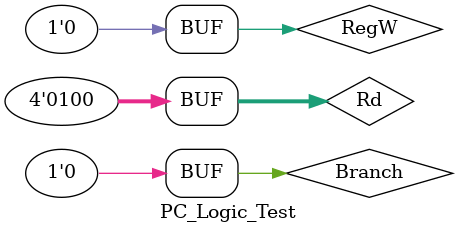
<source format=v>
`timescale 1ns / 1ps


module PC_Logic_Test;

	// Inputs
	reg [3:0] Rd;
	reg Branch;
	reg RegW;

	// Outputs
	wire PCS;

	// Instantiate the Unit Under Test (UUT)
	PC_Logic uut (
		.Rd(Rd), 
		.Branch(Branch), 
		.RegW(RegW), 
		.PCS(PCS)
	);

	initial begin
		// Initialize Inputs
		Rd = 4;
		Branch = 0;
		RegW = 1;
		#100;
		Rd = 4;
		Branch = 1;
		RegW = 0;
		#100;
		Rd = 15;
		Branch = 0;
		RegW = 1;
		#100;
		Rd = 4;
		Branch = 0;
		RegW = 0;
        
		// Add stimulus here

	end
      
endmodule


</source>
